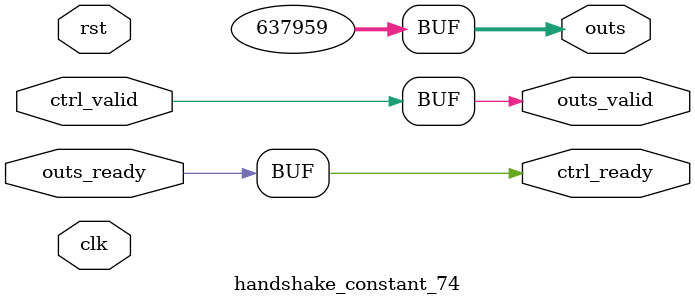
<source format=v>
`timescale 1ns / 1ps
module handshake_constant_74 #(
  parameter DATA_WIDTH = 32  // Default set to 32 bits
) (
  input                       clk,
  input                       rst,
  // Input Channel
  input                       ctrl_valid,
  output                      ctrl_ready,
  // Output Channel
  output [DATA_WIDTH - 1 : 0] outs,
  output                      outs_valid,
  input                       outs_ready
);
  assign outs       = 21'b010011011110000000111;
  assign outs_valid = ctrl_valid;
  assign ctrl_ready = outs_ready;

endmodule

</source>
